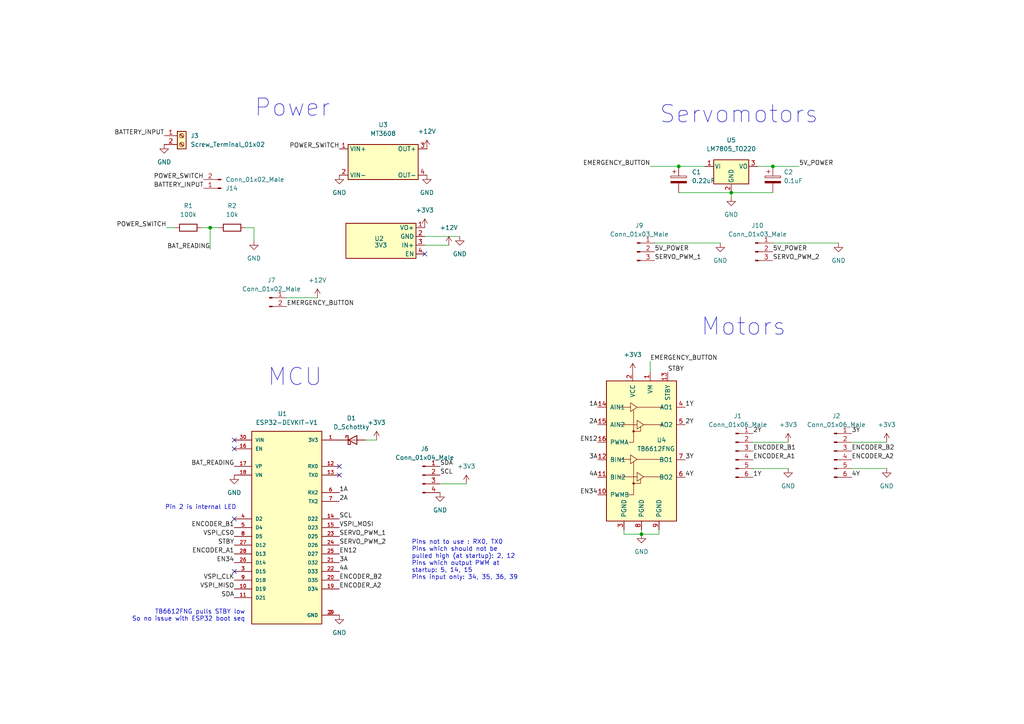
<source format=kicad_sch>
(kicad_sch (version 20211123) (generator eeschema)
  (paper "A4")
  (title_block (comment 1 "Second revision of PCB for PAMI (2023-10)"))
  (lib_symbols
    (symbol "Connector:Conn_01x02_Male" (pin_names (offset 1.016) hide)
      (property "Reference" "J" (at 0 2.54 0))
      (property "Value" "Conn_01x02_Male" (at 0 -5.08 0))
      (symbol "Conn_01x02_Male_1_1"
        (polyline (pts (xy 1.27 -2.54) (xy 0.8636 -2.54)) (stroke (width 0.1524)))
        (polyline (pts (xy 1.27 0) (xy 0.8636 0)) (stroke (width 0.1524)))
        (rectangle (start 0.8636 -2.413) (end 0 -2.667) (stroke (width 0.1524)) (fill (type outline)))
        (rectangle (start 0.8636 0.127) (end 0 -0.127) (stroke (width 0.1524)) (fill (type outline)))
        (pin passive line (at 5.08 0 180) (length 3.81) (name "Pin_1") (number "1"))
        (pin passive line (at 5.08 -2.54 180) (length 3.81) (name "Pin_2") (number "2"))
      )
    )
    (symbol "Connector:Conn_01x03_Male" (pin_names (offset 1.016) hide)
      (property "Reference" "J" (at 0 5.08 0))
      (property "Value" "Conn_01x03_Male" (at 0 -5.08 0))
      (symbol "Conn_01x03_Male_1_1"
        (polyline (pts (xy 1.27 -2.54) (xy 0.8636 -2.54)) (stroke (width 0.1524)))
        (polyline (pts (xy 1.27 0) (xy 0.8636 0)) (stroke (width 0.1524)))
        (polyline (pts (xy 1.27 2.54) (xy 0.8636 2.54)) (stroke (width 0.1524)))
        (rectangle (start 0.8636 -2.413) (end 0 -2.667) (stroke (width 0.1524)) (fill (type outline)))
        (rectangle (start 0.8636 0.127) (end 0 -0.127) (stroke (width 0.1524)) (fill (type outline)))
        (rectangle (start 0.8636 2.667) (end 0 2.413) (stroke (width 0.1524)) (fill (type outline)))
        (pin passive line (at 5.08 2.54 180) (length 3.81) (name "Pin_1") (number "1"))
        (pin passive line (at 5.08 0 180) (length 3.81) (name "Pin_2") (number "2"))
        (pin passive line (at 5.08 -2.54 180) (length 3.81) (name "Pin_3") (number "3"))
      )
    )
    (symbol "Connector:Conn_01x04_Male" (pin_names (offset 1.016) hide)
      (property "Reference" "J" (at 0 5.08 0))
      (property "Value" "Conn_01x04_Male" (at 0 -7.62 0))
      (symbol "Conn_01x04_Male_1_1"
        (polyline (pts (xy 1.27 -5.08) (xy 0.8636 -5.08)) (stroke (width 0.1524)))
        (polyline (pts (xy 1.27 -2.54) (xy 0.8636 -2.54)) (stroke (width 0.1524)))
        (polyline (pts (xy 1.27 0) (xy 0.8636 0)) (stroke (width 0.1524)))
        (polyline (pts (xy 1.27 2.54) (xy 0.8636 2.54)) (stroke (width 0.1524)))
        (rectangle (start 0.8636 -4.953) (end 0 -5.207) (stroke (width 0.1524)) (fill (type outline)))
        (rectangle (start 0.8636 -2.413) (end 0 -2.667) (stroke (width 0.1524)) (fill (type outline)))
        (rectangle (start 0.8636 0.127) (end 0 -0.127) (stroke (width 0.1524)) (fill (type outline)))
        (rectangle (start 0.8636 2.667) (end 0 2.413) (stroke (width 0.1524)) (fill (type outline)))
        (pin passive line (at 5.08 2.54 180) (length 3.81) (name "Pin_1") (number "1"))
        (pin passive line (at 5.08 0 180) (length 3.81) (name "Pin_2") (number "2"))
        (pin passive line (at 5.08 -2.54 180) (length 3.81) (name "Pin_3") (number "3"))
        (pin passive line (at 5.08 -5.08 180) (length 3.81) (name "Pin_4") (number "4"))
      )
    )
    (symbol "Connector:Conn_01x06_Male" (pin_names (offset 1.016) hide)
      (property "Reference" "J" (at 0 7.62 0))
      (property "Value" "Conn_01x06_Male" (at 0 -10.16 0))
      (symbol "Conn_01x06_Male_1_1"
        (polyline (pts (xy 1.27 -7.62) (xy 0.8636 -7.62)) (stroke (width 0.1524)))
        (polyline (pts (xy 1.27 -5.08) (xy 0.8636 -5.08)) (stroke (width 0.1524)))
        (polyline (pts (xy 1.27 -2.54) (xy 0.8636 -2.54)) (stroke (width 0.1524)))
        (polyline (pts (xy 1.27 0) (xy 0.8636 0)) (stroke (width 0.1524)))
        (polyline (pts (xy 1.27 2.54) (xy 0.8636 2.54)) (stroke (width 0.1524)))
        (polyline (pts (xy 1.27 5.08) (xy 0.8636 5.08)) (stroke (width 0.1524)))
        (rectangle (start 0.8636 -7.493) (end 0 -7.747) (stroke (width 0.1524)) (fill (type outline)))
        (rectangle (start 0.8636 -4.953) (end 0 -5.207) (stroke (width 0.1524)) (fill (type outline)))
        (rectangle (start 0.8636 -2.413) (end 0 -2.667) (stroke (width 0.1524)) (fill (type outline)))
        (rectangle (start 0.8636 0.127) (end 0 -0.127) (stroke (width 0.1524)) (fill (type outline)))
        (rectangle (start 0.8636 2.667) (end 0 2.413) (stroke (width 0.1524)) (fill (type outline)))
        (rectangle (start 0.8636 5.207) (end 0 4.953) (stroke (width 0.1524)) (fill (type outline)))
        (pin passive line (at 5.08 5.08 180) (length 3.81) (name "Pin_1") (number "1"))
        (pin passive line (at 5.08 2.54 180) (length 3.81) (name "Pin_2") (number "2"))
        (pin passive line (at 5.08 0 180) (length 3.81) (name "Pin_3") (number "3"))
        (pin passive line (at 5.08 -2.54 180) (length 3.81) (name "Pin_4") (number "4"))
        (pin passive line (at 5.08 -5.08 180) (length 3.81) (name "Pin_5") (number "5"))
        (pin passive line (at 5.08 -7.62 180) (length 3.81) (name "Pin_6") (number "6"))
      )
    )
    (symbol "Connector:Screw_Terminal_01x02" (pin_names (offset 1.016) hide)
      (property "Reference" "J" (at 0 2.54 0))
      (property "Value" "Screw_Terminal_01x02" (at 0 -5.08 0))
      (symbol "Screw_Terminal_01x02_1_1"
        (rectangle (start -1.27 1.27) (end 1.27 -3.81) (stroke (width 0.254)) (fill (type background)))
        (circle (center 0 -2.54) (radius 0.635) (stroke (width 0.1524)))
        (polyline (pts (xy -0.5334 -2.2098) (xy 0.3302 -3.048)) (stroke (width 0.1524)))
        (polyline (pts (xy -0.5334 0.3302) (xy 0.3302 -0.508)) (stroke (width 0.1524)))
        (polyline (pts (xy -0.3556 -2.032) (xy 0.508 -2.8702)) (stroke (width 0.1524)))
        (polyline (pts (xy -0.3556 0.508) (xy 0.508 -0.3302)) (stroke (width 0.1524)))
        (circle (center 0 0) (radius 0.635) (stroke (width 0.1524)))
        (pin passive line (at -5.08 0 0) (length 3.81) (name "Pin_1") (number "1"))
        (pin passive line (at -5.08 -2.54 0) (length 3.81) (name "Pin_2") (number "2"))
      )
    )
    (symbol "Device:C_Polarized" (pin_numbers hide) (pin_names (offset 0.254))
      (property "Reference" "C" (at 0.635 2.54 0))
      (property "Value" "C_Polarized" (at 0.635 -2.54 0))
      (symbol "C_Polarized_0_1"
        (rectangle (start -2.286 0.508) (end 2.286 1.016))
        (polyline (pts (xy -1.778 2.286) (xy -0.762 2.286)))
        (polyline (pts (xy -1.27 2.794) (xy -1.27 1.778)))
        (rectangle (start 2.286 -0.508) (end -2.286 -1.016) (fill (type outline)))
      )
      (symbol "C_Polarized_1_1"
        (pin passive line (at 0 3.81 270) (length 2.794) (name "~") (number "1"))
        (pin passive line (at 0 -3.81 90) (length 2.794) (name "~") (number "2"))
      )
    )
    (symbol "Device:D_Schottky" (pin_numbers hide) (pin_names (offset 1.016) hide)
      (property "Reference" "D" (at 0 2.54 0))
      (property "Value" "D_Schottky" (at 0 -2.54 0))
      (symbol "D_Schottky_0_1"
        (polyline (pts (xy 1.27 0) (xy -1.27 0)))
        (polyline (pts (xy 1.27 1.27) (xy 1.27 -1.27) (xy -1.27 0) (xy 1.27 1.27)) (stroke (width 0.254)))
        (polyline (pts (xy -1.905 0.635) (xy -1.905 1.27) (xy -1.27 1.27) (xy -1.27 -1.27) (xy -0.635 -1.27) (xy -0.635 -0.635)) (stroke (width 0.254)))
      )
      (symbol "D_Schottky_1_1"
        (pin passive line (at -3.81 0 0) (length 2.54) (name "K") (number "1"))
        (pin passive line (at 3.81 0 180) (length 2.54) (name "A") (number "2"))
      )
    )
    (symbol "Device:R" (pin_numbers hide) (pin_names (offset 0))
      (property "Reference" "R" (at 2.032 0 90))
      (property "Value" "R" (at 0 0 90))
      (symbol "R_0_1"
        (rectangle (start -1.016 -2.54) (end 1.016 2.54) (stroke (width 0.254)))
      )
      (symbol "R_1_1"
        (pin passive line (at 0 3.81 270) (length 1.27) (name "~") (number "1"))
        (pin passive line (at 0 -3.81 90) (length 1.27) (name "~") (number "2"))
      )
    )
    (symbol "ESP32_DEVKIT_V1:ESP32-DEVKIT-V1" (pin_names (offset 1.016))
      (property "Reference" "U" (at -10.16 30.48 0))
      (property "Value" "ESP32-DEVKIT-V1" (at -10.16 -30.48 0))
      (symbol "ESP32-DEVKIT-V1_0_0"
        (rectangle (start -10.16 -27.94) (end 10.16 27.94) (stroke (width 0.254)) (fill (type background)))
        (pin output line (at 15.24 25.4 180) (length 5.08) (name "3V3") (number "1"))
        (pin bidirectional line (at -15.24 -17.78 0) (length 5.08) (name "D19") (number "10"))
        (pin bidirectional line (at -15.24 -20.32 0) (length 5.08) (name "D21") (number "11"))
        (pin input line (at 15.24 17.78 180) (length 5.08) (name "RX0") (number "12"))
        (pin output line (at 15.24 15.24 180) (length 5.08) (name "TX0") (number "13"))
        (pin bidirectional line (at 15.24 2.54 180) (length 5.08) (name "D22") (number "14"))
        (pin bidirectional line (at 15.24 0 180) (length 5.08) (name "D23") (number "15"))
        (pin input line (at -15.24 22.86 0) (length 5.08) (name "EN") (number "16"))
        (pin bidirectional line (at -15.24 17.78 0) (length 5.08) (name "VP") (number "17"))
        (pin bidirectional line (at -15.24 15.24 0) (length 5.08) (name "VN") (number "18"))
        (pin bidirectional line (at 15.24 -17.78 180) (length 5.08) (name "D34") (number "19"))
        (pin power_in line (at 15.24 -25.4 180) (length 5.08) (name "GND") (number "2"))
        (pin bidirectional line (at 15.24 -15.24 180) (length 5.08) (name "D35") (number "20"))
        (pin bidirectional line (at 15.24 -10.16 180) (length 5.08) (name "D32") (number "21"))
        (pin bidirectional line (at 15.24 -12.7 180) (length 5.08) (name "D33") (number "22"))
        (pin bidirectional line (at 15.24 -2.54 180) (length 5.08) (name "D25") (number "23"))
        (pin bidirectional line (at 15.24 -5.08 180) (length 5.08) (name "D26") (number "24"))
        (pin bidirectional line (at 15.24 -7.62 180) (length 5.08) (name "D27") (number "25"))
        (pin bidirectional line (at -15.24 -10.16 0) (length 5.08) (name "D14") (number "26"))
        (pin bidirectional line (at -15.24 -5.08 0) (length 5.08) (name "D12") (number "27"))
        (pin bidirectional line (at -15.24 -7.62 0) (length 5.08) (name "D13") (number "28"))
        (pin power_in line (at 15.24 -25.4 180) (length 5.08) (name "GND") (number "29"))
        (pin bidirectional line (at -15.24 -12.7 0) (length 5.08) (name "D15") (number "3"))
        (pin input line (at -15.24 25.4 0) (length 5.08) (name "VIN") (number "30"))
        (pin bidirectional line (at -15.24 2.54 0) (length 5.08) (name "D2") (number "4"))
        (pin bidirectional line (at -15.24 0 0) (length 5.08) (name "D4") (number "5"))
        (pin input line (at 15.24 10.16 180) (length 5.08) (name "RX2") (number "6"))
        (pin output line (at 15.24 7.62 180) (length 5.08) (name "TX2") (number "7"))
        (pin bidirectional line (at -15.24 -2.54 0) (length 5.08) (name "D5") (number "8"))
        (pin bidirectional line (at -15.24 -15.24 0) (length 5.08) (name "D18") (number "9"))
      )
    )
    (symbol "MiAM_ESP32:MT3608"
      (property "Reference" "U" (at 0 0 0))
      (property "Value" "MT3608" (at 0 0 0))
      (symbol "MT3608_0_1"
        (rectangle (start -10.16 5.08) (end 10.16 -5.08) (stroke (width 0.254)) (fill (type background)))
      )
      (symbol "MT3608_1_1"
        (pin power_in line (at -12.7 3.81 0) (length 2.54) (name "VIN+") (number "1"))
        (pin passive line (at -12.7 -3.81 0) (length 2.54) (name "VIN-") (number "2"))
        (pin power_out line (at 12.7 3.81 180) (length 2.54) (name "OUT+") (number "3"))
        (pin passive line (at 12.7 -3.81 180) (length 2.54) (name "OUT-") (number "4"))
      )
    )
    (symbol "MiAM_ESP32:TB6612FNG" (pin_names (offset 1.016))
      (property "Reference" "U" (at -5.08 26.035 0))
      (property "Value" "TB6612FNG" (at -5.08 24.13 0))
      (symbol "TB6612FNG_0_1"
        (rectangle (start -10.16 22.86) (end 10.16 -17.78) (stroke (width 0.254)) (fill (type background)))
        (circle (center -2.286 -6.858) (radius 0.254) (fill (type outline)))
        (circle (center -2.286 8.255) (radius 0.254) (fill (type outline)))
        (polyline (pts (xy -6.35 -4.953) (xy -1.27 -4.953)))
        (polyline (pts (xy -6.35 0.127) (xy -3.175 0.127)))
        (polyline (pts (xy -6.35 10.16) (xy -1.27 10.16)))
        (polyline (pts (xy -6.35 15.24) (xy -3.175 15.24)))
        (polyline (pts (xy -1.27 0.127) (xy 6.35 0.127)))
        (polyline (pts (xy -1.27 15.24) (xy 6.35 15.24)))
        (polyline (pts (xy 0.635 -4.953) (xy 6.35 -4.953)))
        (polyline (pts (xy 0.635 10.16) (xy 6.35 10.16)))
        (polyline (pts (xy -2.286 -6.858) (xy -0.254 -6.858) (xy -0.254 -5.588)))
        (polyline (pts (xy -2.286 -0.635) (xy -2.286 -10.16) (xy -3.556 -10.16)))
        (polyline (pts (xy -2.286 8.255) (xy -0.254 8.255) (xy -0.254 9.525)))
        (polyline (pts (xy -2.286 14.478) (xy -2.286 5.08) (xy -3.556 5.08)))
        (polyline (pts (xy -3.175 1.397) (xy -3.175 -1.143) (xy -1.27 0.127) (xy -3.175 1.397)))
        (polyline (pts (xy -3.175 16.51) (xy -3.175 13.97) (xy -1.27 15.24) (xy -3.175 16.51)))
        (polyline (pts (xy -1.27 -3.683) (xy -1.27 -6.223) (xy 0.635 -4.953) (xy -1.27 -3.683)))
        (polyline (pts (xy -1.27 11.43) (xy -1.27 8.89) (xy 0.635 10.16) (xy -1.27 11.43)))
      )
      (symbol "TB6612FNG_1_1"
        (pin power_in line (at 2.54 25.4 270) (length 2.54) (name "VM") (number "1"))
        (pin input line (at -12.7 -10.16 0) (length 2.54) (name "PWMB") (number "10"))
        (pin input line (at -12.7 -5.08 0) (length 2.54) (name "BIN2") (number "11"))
        (pin input line (at -12.7 0 0) (length 2.54) (name "BIN1") (number "12"))
        (pin input line (at 7.62 25.4 270) (length 2.54) (name "STBY") (number "13"))
        (pin input line (at -12.7 15.24 0) (length 2.54) (name "AIN1") (number "14"))
        (pin input line (at -12.7 10.16 0) (length 2.54) (name "AIN2") (number "15"))
        (pin input line (at -12.7 5.08 0) (length 2.54) (name "PWMA") (number "16"))
        (pin power_in line (at -2.54 25.4 270) (length 2.54) (name "VCC") (number "2"))
        (pin power_in line (at -5.08 -20.32 90) (length 2.54) (name "PGND") (number "3"))
        (pin output line (at 12.7 15.24 180) (length 2.54) (name "AO1") (number "4"))
        (pin output line (at 12.7 10.16 180) (length 2.54) (name "AO2") (number "5"))
        (pin output line (at 12.7 -5.08 180) (length 2.54) (name "BO2") (number "6"))
        (pin output line (at 12.7 0 180) (length 2.54) (name "BO1") (number "7"))
        (pin power_in line (at 0 -20.32 90) (length 2.54) (name "PGND") (number "8"))
        (pin power_in line (at 5.08 -20.32 90) (length 2.54) (name "PGND") (number "9"))
      )
    )
    (symbol "MiAM_ESP32:VoltageRegulator"
      (property "Reference" "U" (at -2.54 10.16 0))
      (property "Value" "VoltageRegulator" (at -2.54 7.62 0))
      (symbol "VoltageRegulator_0_1"
        (rectangle (start -10.16 5.08) (end 10.16 -5.08) (stroke (width 0.254)) (fill (type background)))
      )
      (symbol "VoltageRegulator_1_1"
        (pin power_out line (at 12.7 3.81 180) (length 2.54) (name "VO+") (number "1"))
        (pin passive line (at 12.7 1.27 180) (length 2.54) (name "GND") (number "2"))
        (pin power_in line (at 12.7 -1.27 180) (length 2.54) (name "IN+") (number "3"))
        (pin input line (at 12.7 -3.81 180) (length 2.54) (name "EN") (number "4"))
      )
    )
    (symbol "Regulator_Linear:LM7805_TO220" (pin_names (offset 0.254))
      (property "Reference" "U" (at -3.81 3.175 0))
      (property "Value" "LM7805_TO220" (at 0 3.175 0))
      (symbol "LM7805_TO220_0_1"
        (rectangle (start -5.08 1.905) (end 5.08 -5.08) (stroke (width 0.254)) (fill (type background)))
      )
      (symbol "LM7805_TO220_1_1"
        (pin power_in line (at -7.62 0 0) (length 2.54) (name "VI") (number "1"))
        (pin power_in line (at 0 -7.62 90) (length 2.54) (name "GND") (number "2"))
        (pin power_out line (at 7.62 0 180) (length 2.54) (name "VO") (number "3"))
      )
    )
    (symbol "power:+12V" (power) (pin_names (offset 0))
      (property "Value" "+12V" (at 0 3.556 0))
      (symbol "+12V_0_1"
        (polyline (pts (xy -0.762 1.27) (xy 0 2.54)))
        (polyline (pts (xy 0 0) (xy 0 2.54)))
        (polyline (pts (xy 0 2.54) (xy 0.762 1.27)))
      )
      (symbol "+12V_1_1"
        (pin power_in line (at 0 0 90) (length 0) hide (name "+12V") (number "1"))
      )
    )
    (symbol "power:+3V3" (power) (pin_names (offset 0))
      (property "Value" "+3V3" (at 0 3.556 0))
      (symbol "+3V3_0_1"
        (polyline (pts (xy -0.762 1.27) (xy 0 2.54)))
        (polyline (pts (xy 0 0) (xy 0 2.54)))
        (polyline (pts (xy 0 2.54) (xy 0.762 1.27)))
      )
      (symbol "+3V3_1_1"
        (pin power_in line (at 0 0 90) (length 0) hide (name "+3V3") (number "1"))
      )
    )
    (symbol "power:GND" (power) (pin_names (offset 0))
      (property "Value" "GND" (at 0 -3.81 0))
      (symbol "GND_0_1"
        (polyline (pts (xy 0 0) (xy 0 -1.27) (xy 1.27 -1.27) (xy 0 -2.54) (xy -1.27 -1.27) (xy 0 -1.27)))
      )
      (symbol "GND_1_1"
        (pin power_in line (at 0 0 270) (length 0) hide (name "GND") (number "1"))
      )
    )
  )
  (junction (at 60.96 66.04))
  (junction (at 196.85 48.26))
  (junction (at 212.09 55.88))
  (junction (at 186.055 154.94))
  (junction (at 224.155 48.26))
  (no_connect (at 67.945 127.635))
  (no_connect (at 67.945 150.495))
  (no_connect (at 67.945 165.735))
  (no_connect (at 67.945 130.175))
  (no_connect (at 123.19 73.66))
  (no_connect (at 98.425 137.795))
  (no_connect (at 98.425 135.255))
  (wire (pts (xy 189.865 70.485) (xy 208.915 70.485)))
  (wire (pts (xy 186.055 154.94) (xy 191.135 154.94)))
  (wire (pts (xy 83.185 86.36) (xy 92.075 86.36)))
  (wire (pts (xy 247.015 135.89) (xy 257.175 135.89)))
  (wire (pts (xy 60.96 66.04) (xy 60.96 72.39)))
  (wire (pts (xy 127.635 140.335) (xy 135.255 140.335)))
  (wire (pts (xy 218.44 135.89) (xy 228.6 135.89)))
  (wire (pts (xy 180.975 154.94) (xy 180.975 153.67)))
  (wire (pts (xy 212.09 57.15) (xy 212.09 55.88)))
  (wire (pts (xy 219.71 48.26) (xy 224.155 48.26)))
  (wire (pts (xy 191.135 154.94) (xy 191.135 153.67)))
  (wire (pts (xy 188.595 104.775) (xy 188.595 107.95)))
  (wire (pts (xy 73.66 66.04) (xy 73.66 69.85)))
  (wire (pts (xy 48.26 66.04) (xy 50.8 66.04)))
  (wire (pts (xy 71.12 66.04) (xy 73.66 66.04)))
  (wire (pts (xy 196.85 55.88) (xy 212.09 55.88)))
  (wire (pts (xy 224.155 48.26) (xy 231.775 48.26)))
  (wire (pts (xy 123.19 68.58) (xy 133.35 68.58)))
  (wire (pts (xy 123.19 71.12) (xy 130.175 71.12)))
  (wire (pts (xy 212.09 55.88) (xy 224.155 55.88)))
  (wire (pts (xy 186.055 153.67) (xy 186.055 154.94)))
  (wire (pts (xy 218.44 128.27) (xy 228.6 128.27)))
  (wire (pts (xy 247.015 128.27) (xy 257.175 128.27)))
  (wire (pts (xy 180.975 154.94) (xy 186.055 154.94)))
  (wire (pts (xy 63.5 66.04) (xy 60.96 66.04)))
  (wire (pts (xy 188.595 48.26) (xy 196.85 48.26)))
  (wire (pts (xy 196.85 48.26) (xy 204.47 48.26)))
  (wire (pts (xy 106.045 127.635) (xy 109.22 127.635)))
  (wire (pts (xy 58.42 66.04) (xy 60.96 66.04)))
  (wire (pts (xy 224.155 70.485) (xy 243.205 70.485)))
  (text "Servomotors" (at 191.135 36.195 0) (effects (font (size 5 5)) (justify left bottom)))
  (text "Pin 2 is internal LED" (at 68.58 147.955 180) (effects (font (size 1.27 1.27)) (justify right bottom)))
  (text "Power" (at 73.66 34.29 0) (effects (font (size 5 5)) (justify left bottom)))
  (text "TB6612FNG pulls STBY low\nSo no issue with ESP32 boot seq" (at 71.12 180.34 0) (effects (font (size 1.27 1.27)) (justify right bottom)))
  (text "MCU" (at 77.47 112.395 0) (effects (font (size 5 5)) (justify left bottom)))
  (text "Motors" (at 203.2 97.79 0) (effects (font (size 5 5)) (justify left bottom)))
  (text "Pins not to use : RX0, TX0\nPins which should not be \npulled high (at startup): 2, 12\nPins which output PWM at\nstartup: 5, 14, 15\nPins input only: 34, 35, 36, 39" (at 119.38 168.275 0) (effects (font (size 1.27 1.27)) (justify left bottom)))
  (label "VSPI_MISO" (at 67.945 170.815 180))
  (label "1Y" (at 218.44 138.43 0))
  (label "EMERGENCY_BUTTON" (at 188.595 104.775 0))
  (label "SERVO_PWM_1" (at 98.425 155.575 0))
  (label "VSPI_CS0" (at 67.945 155.575 180))
  (label "SERVO_PWM_1" (at 189.865 75.565 0))
  (label "SDA" (at 67.945 173.355 180))
  (label "POWER_SWITCH" (at 59.055 52.07 180))
  (label "3A" (at 98.425 163.195 0))
  (label "SERVO_PWM_2" (at 224.155 75.565 0))
  (label "2Y" (at 218.44 125.73 0))
  (label "BAT_READING" (at 67.945 135.255 180))
  (label "ENCODER_A1" (at 218.44 133.35 0))
  (label "ENCODER_A2" (at 98.425 170.815 0))
  (label "ENCODER_B1" (at 218.44 130.81 0))
  (label "ENCODER_A2" (at 247.015 133.35 0))
  (label "2Y" (at 198.755 123.19 0))
  (label "EN34" (at 173.355 143.51 180))
  (label "5V_POWER" (at 231.775 48.26 0))
  (label "3Y" (at 247.015 125.73 0))
  (label "STBY" (at 67.945 158.115 180))
  (label "SDA" (at 127.635 135.255 0))
  (label "ENCODER_B2" (at 247.015 130.81 0))
  (label "2A" (at 173.355 123.19 180))
  (label "5V_POWER" (at 224.155 73.025 0))
  (label "STBY" (at 193.675 107.95 0))
  (label "ENCODER_B1" (at 67.945 153.035 180))
  (label "1A" (at 98.425 142.875 0))
  (label "EMERGENCY_BUTTON" (at 188.595 48.26 180))
  (label "EN12" (at 98.425 160.655 0))
  (label "BATTERY_INPUT" (at 47.625 39.37 180))
  (label "4A" (at 98.425 165.735 0))
  (label "VSPI_MOSI" (at 98.425 153.035 0))
  (label "ENCODER_B2" (at 98.425 168.275 0))
  (label "3A" (at 173.355 133.35 180))
  (label "EMERGENCY_BUTTON" (at 83.185 88.9 0))
  (label "VSPI_CLK" (at 67.945 168.275 180))
  (label "POWER_SWITCH" (at 48.26 66.04 180))
  (label "1Y" (at 198.755 118.11 0))
  (label "5V_POWER" (at 189.865 73.025 0))
  (label "BATTERY_INPUT" (at 59.055 54.61 180))
  (label "SERVO_PWM_2" (at 98.425 158.115 0))
  (label "1A" (at 173.355 118.11 180))
  (label "4Y" (at 247.015 138.43 0))
  (label "EN34" (at 67.945 163.195 180))
  (label "POWER_SWITCH" (at 98.425 43.18 180))
  (label "ENCODER_A1" (at 67.945 160.655 180))
  (label "3Y" (at 198.755 133.35 0))
  (label "SCL" (at 98.425 150.495 0))
  (label "4A" (at 173.355 138.43 180))
  (label "SCL" (at 127.635 137.795 0))
  (label "EN12" (at 173.355 128.27 180))
  (label "4Y" (at 198.755 138.43 0))
  (label "BAT_READING" (at 60.96 72.39 180))
  (label "2A" (at 98.425 145.415 0))
  (symbol (lib_id "power:+12V") (at 123.825 43.18 0) (unit 1)
    (property "Reference" "#PWR0111" (effects hide))
    (property "Value" "+12V" (at 123.825 38.1 0))
  )
  (symbol (lib_id "Connector:Conn_01x03_Male") (at 219.075 73.025 0) (unit 1)
    (property "Reference" "J10" (at 219.71 65.405 0))
    (property "Value" "Conn_01x03_Male" (at 219.71 67.945 0))
    (property "Footprint" "Connector_PinHeader_2.54mm:PinHeader_1x03_P2.54mm_Vertical" (effects hide))
  )
  (symbol (lib_id "Connector:Conn_01x06_Male") (at 213.36 130.81 0) (unit 1)
    (property "Reference" "J1" (at 213.995 120.65 0))
    (property "Value" "Conn_01x06_Male" (at 213.995 123.19 0))
    (property "Footprint" "Connector_PinHeader_2.54mm:PinHeader_1x06_P2.54mm_Vertical" (effects hide))
  )
  (symbol (lib_id "Device:R") (at 67.31 66.04 90) (unit 1)
    (property "Reference" "R2" (at 67.31 59.69 90))
    (property "Value" "10k" (at 67.31 62.23 90))
    (property "Footprint" "Resistor_THT:R_Axial_DIN0309_L9.0mm_D3.2mm_P12.70mm_Horizontal" (effects hide))
  )
  (symbol (lib_id "power:+3V3") (at 183.515 107.95 0) (unit 1)
    (property "Reference" "#PWR0129" (effects hide))
    (property "Value" "+3V3" (at 183.515 102.87 0))
  )
  (symbol (lib_id "power:GND") (at 257.175 135.89 0) (unit 1)
    (property "Reference" "#PWR0117" (effects hide))
    (property "Value" "GND" (at 257.175 140.97 0))
  )
  (symbol (lib_id "power:GND") (at 208.915 70.485 0) (unit 1)
    (property "Reference" "#PWR0124" (effects hide))
    (property "Value" "GND" (at 208.915 75.565 0))
  )
  (symbol (lib_id "power:+12V") (at 92.075 86.36 0) (unit 1)
    (property "Reference" "#PWR0126" (effects hide))
    (property "Value" "+12V" (at 92.075 81.28 0))
  )
  (symbol (lib_id "MiAM_ESP32:TB6612FNG") (at 186.055 133.35 0) (unit 1)
    (property "Reference" "U4" (at 190.5 127.635 0) (effects (justify left)))
    (property "Value" "TB6612FNG" (at 184.785 130.175 0) (effects (justify left)))
    (property "Footprint" "MiAM_ESP32_Footprints:TB6612FNG" (effects hide))
  )
  (symbol (lib_id "MiAM_ESP32:MT3608") (at 111.125 46.99 0) (unit 1)
    (property "Reference" "U3" (at 111.125 36.195 0))
    (property "Value" "MT3608" (at 111.125 38.735 0))
    (property "Footprint" "MiAM_ESP32_Footprints:MT3608" (effects hide))
  )
  (symbol (lib_id "power:GND") (at 98.425 50.8 0) (unit 1)
    (property "Reference" "#PWR0108" (effects hide))
    (property "Value" "GND" (at 98.425 55.88 0))
  )
  (symbol (lib_id "power:GND") (at 67.945 137.795 0) (unit 1)
    (property "Reference" "#PWR0106" (effects hide))
    (property "Value" "GND" (at 67.945 142.875 0))
  )
  (symbol (lib_id "power:+3V3") (at 257.175 128.27 0) (unit 1)
    (property "Reference" "#PWR0119" (effects hide))
    (property "Value" "+3V3" (at 257.175 123.19 0))
  )
  (symbol (lib_id "Connector:Conn_01x03_Male") (at 184.785 73.025 0) (unit 1)
    (property "Reference" "J9" (at 185.42 65.405 0))
    (property "Value" "Conn_01x03_Male" (at 185.42 67.945 0))
    (property "Footprint" "Connector_PinHeader_2.54mm:PinHeader_1x03_P2.54mm_Vertical" (effects hide))
  )
  (symbol (lib_id "power:GND") (at 133.35 68.58 0) (unit 1)
    (property "Reference" "#PWR0102" (effects hide))
    (property "Value" "GND" (at 133.35 73.66 0))
  )
  (symbol (lib_id "power:+12V") (at 130.175 71.12 0) (unit 1)
    (property "Reference" "#PWR0114" (effects hide))
    (property "Value" "+12V" (at 130.175 66.04 0))
  )
  (symbol (lib_id "power:GND") (at 243.205 70.485 0) (unit 1)
    (property "Reference" "#PWR0125" (effects hide))
    (property "Value" "GND" (at 243.205 75.565 0))
  )
  (symbol (lib_id "power:GND") (at 98.425 178.435 0) (unit 1)
    (property "Reference" "#PWR0104" (effects hide))
    (property "Value" "GND" (at 98.425 183.515 0))
  )
  (symbol (lib_id "Device:C_Polarized") (at 196.85 52.07 0) (unit 1)
    (property "Reference" "C1" (at 200.66 49.9109 0) (effects (justify left)))
    (property "Value" "0.22uF" (at 200.66 52.4509 0) (effects (justify left)))
    (property "Footprint" "Capacitor_THT:CP_Radial_D4.0mm_P2.00mm" (effects hide))
  )
  (symbol (lib_id "Connector:Conn_01x02_Male") (at 78.105 86.36 0) (unit 1)
    (property "Reference" "J7" (at 78.74 81.28 0))
    (property "Value" "Conn_01x02_Male" (at 78.74 83.82 0))
    (property "Footprint" "Connector_PinHeader_2.54mm:PinHeader_1x02_P2.54mm_Vertical" (effects hide))
  )
  (symbol (lib_id "power:+3V3") (at 135.255 140.335 0) (unit 1)
    (property "Reference" "#PWR0115" (effects hide))
    (property "Value" "+3V3" (at 135.255 135.255 0))
  )
  (symbol (lib_id "Connector:Conn_01x02_Male") (at 64.135 54.61 180) (unit 1)
    (property "Reference" "J14" (at 65.405 54.6101 0) (effects (justify right)))
    (property "Value" "Conn_01x02_Male" (at 65.405 52.0701 0) (effects (justify right)))
    (property "Footprint" "Connector_PinHeader_2.54mm:PinHeader_1x02_P2.54mm_Vertical" (effects hide))
  )
  (symbol (lib_id "Connector:Conn_01x06_Male") (at 241.935 130.81 0) (unit 1)
    (property "Reference" "J2" (at 242.57 120.65 0))
    (property "Value" "Conn_01x06_Male" (at 242.57 123.19 0))
    (property "Footprint" "Connector_PinHeader_2.54mm:PinHeader_1x06_P2.54mm_Vertical" (effects hide))
  )
  (symbol (lib_id "power:GND") (at 123.825 50.8 0) (unit 1)
    (property "Reference" "#PWR0113" (effects hide))
    (property "Value" "GND" (at 123.825 55.88 0))
  )
  (symbol (lib_id "Device:R") (at 54.61 66.04 90) (unit 1)
    (property "Reference" "R1" (at 54.61 59.69 90))
    (property "Value" "100k" (at 54.61 62.23 90))
    (property "Footprint" "Resistor_THT:R_Axial_DIN0309_L9.0mm_D3.2mm_P12.70mm_Horizontal" (effects hide))
  )
  (symbol (lib_id "power:+3V3") (at 109.22 127.635 0) (unit 1)
    (property "Reference" "#PWR0101" (effects hide))
    (property "Value" "+3V3" (at 109.22 122.555 0))
  )
  (symbol (lib_id "power:GND") (at 212.09 57.15 0) (unit 1)
    (property "Reference" "#PWR0123" (effects hide))
    (property "Value" "GND" (at 212.09 62.23 0))
  )
  (symbol (lib_id "Connector:Screw_Terminal_01x02") (at 52.705 39.37 0) (unit 1)
    (property "Reference" "J3" (at 55.245 39.3699 0) (effects (justify left)))
    (property "Value" "Screw_Terminal_01x02" (at 55.245 41.9099 0) (effects (justify left)))
    (property "Footprint" "Connector_JST:JST_PH_B2B-PH-K_1x02_P2.00mm_Vertical" (effects hide))
  )
  (symbol (lib_id "ESP32_DEVKIT_V1:ESP32-DEVKIT-V1") (at 83.185 153.035 0) (unit 1)
    (property "Reference" "U1" (at 81.915 120.015 0))
    (property "Value" "ESP32-DEVKIT-V1" (at 83.185 122.555 0))
    (property "Footprint" "MODULE_ESP32_DEVKIT_V1" (effects hide))
    (property "PARTREV" "N/A" (effects hide))
    (property "STANDARD" "Manufacturer Recommendations" (effects hide))
    (property "MAXIMUM_PACKAGE_HEIGHT" "6.8 mm" (effects hide))
    (property "MANUFACTURER" "DOIT" (effects hide))
  )
  (symbol (lib_id "power:+3V3") (at 228.6 128.27 0) (unit 1)
    (property "Reference" "#PWR0112" (effects hide))
    (property "Value" "+3V3" (at 228.6 123.19 0))
  )
  (symbol (lib_id "power:+3V3") (at 123.19 66.04 0) (unit 1)
    (property "Reference" "#PWR0128" (effects hide))
    (property "Value" "+3V3" (at 123.19 60.96 0))
  )
  (symbol (lib_id "Connector:Conn_01x04_Male") (at 122.555 137.795 0) (unit 1)
    (property "Reference" "J6" (at 123.19 130.175 0))
    (property "Value" "Conn_01x04_Male" (at 123.19 132.715 0))
    (property "Footprint" "Connector_PinHeader_2.54mm:PinHeader_1x04_P2.54mm_Vertical" (effects hide))
  )
  (symbol (lib_id "power:GND") (at 228.6 135.89 0) (unit 1)
    (property "Reference" "#PWR0118" (effects hide))
    (property "Value" "GND" (at 228.6 140.97 0))
  )
  (symbol (lib_id "power:GND") (at 127.635 142.875 0) (unit 1)
    (property "Reference" "#PWR0116" (effects hide))
    (property "Value" "GND" (at 127.635 147.955 0))
  )
  (symbol (lib_id "MiAM_ESP32:VoltageRegulator") (at 110.49 69.85 0) (unit 1)
    (property "Reference" "U2" (at 108.585 69.215 0) (effects (justify left)))
    (property "Value" "3V3" (at 108.585 71.12 0) (effects (justify left)))
    (property "Footprint" "MiAM_ESP32_Footprints:VoltageRegulator" (effects hide))
  )
  (symbol (lib_id "power:GND") (at 73.66 69.85 0) (unit 1)
    (property "Reference" "#PWR0109" (effects hide))
    (property "Value" "GND" (at 73.66 74.93 0))
  )
  (symbol (lib_id "Device:D_Schottky") (at 102.235 127.635 0) (unit 1)
    (property "Reference" "D1" (at 101.9175 121.285 0))
    (property "Value" "D_Schottky" (at 101.9175 123.825 0))
    (property "Footprint" "Diode_THT:D_DO-41_SOD81_P7.62mm_Horizontal" (effects hide))
  )
  (symbol (lib_id "power:GND") (at 47.625 41.91 0) (unit 1)
    (property "Reference" "#PWR0121" (effects hide))
    (property "Value" "GND" (at 47.625 46.99 0))
  )
  (symbol (lib_id "Device:C_Polarized") (at 224.155 52.07 0) (unit 1)
    (property "Reference" "C2" (at 227.33 49.9109 0) (effects (justify left)))
    (property "Value" "0.1uF" (at 227.33 52.4509 0) (effects (justify left)))
    (property "Footprint" "Capacitor_THT:CP_Radial_Tantal_D5.0mm_P5.00mm" (effects hide))
  )
  (symbol (lib_id "power:GND") (at 186.055 154.94 0) (unit 1)
    (property "Reference" "#PWR0110" (effects hide))
    (property "Value" "GND" (at 186.055 160.02 0))
  )
  (symbol (lib_id "Regulator_Linear:LM7805_TO220") (at 212.09 48.26 0) (unit 1)
    (property "Reference" "U5" (at 212.09 40.64 0))
    (property "Value" "LM7805_TO220" (at 212.09 43.18 0))
    (property "Footprint" "Package_TO_SOT_THT:TO-220-3_Vertical" (effects hide))
    (property "Datasheet" "https://www.onsemi.cn/PowerSolutions/document/MC7800-D.PDF" (effects hide))
  )
)
</source>
